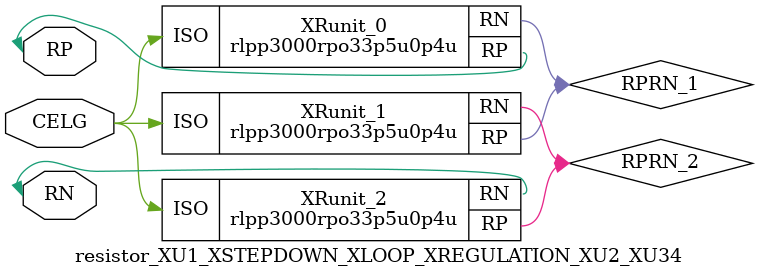
<source format=v>

module rlpp3000rpo33p5u0p4u (RP, RN, ISO);
inout RP;
inout RN;
input ISO;
endmodule

//Celera Confidential Do Not Copy resistor_XU1_XSTEPDOWN_XLOOP_XREGULATION_XU2_XU34
//Celera Confidential Symbol Generator
//RESISTOR:1000KOhm TYPE:poly DFT:no
module resistor_XU1_XSTEPDOWN_XLOOP_XREGULATION_XU2_XU34 (RP,
CELG,
RN);
inout RP;
inout RN;
input CELG;

//Celera Confidential Do Not Copy Runit
rlpp3000rpo33p5u0p4u XRunit_0(
.RP (RP),
.RN (RPRN_1),
.ISO (CELG)
);
rlpp3000rpo33p5u0p4u XRunit_1(
.RP (RPRN_1),
.RN (RPRN_2),
.ISO (CELG)
);
rlpp3000rpo33p5u0p4u XRunit_2(
.RP (RPRN_2),
.RN (RN),
.ISO (CELG)
);

//Celera Confidential Do Not Copy //DieSize,rlpp3000rpo33p5u0p4u

//Die Size Calculator rlpp3000rpo33p5u0p4u
//,diesize,rlpp3000rpo33p5u0p4u,3

//Celera Confidential Do Not Copy Module End
//Celera Schematic Generator
endmodule

</source>
